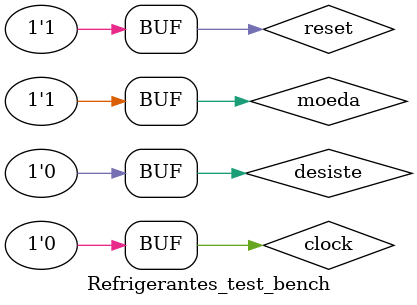
<source format=v>

module MaquinaRefrigerantes(moeda, desiste, troco, refri, reset, clock, estadoa, estadob, estadoc);
input moeda, desiste, reset, clock;
output troco, refri, estadoa, estadob, estadoc;
reg troco, refri;
reg [1:0] estadoAtual, estadoFuturo;

parameter estadoInicial = 2'b00,
	  estado1 = 2'b01, 
	  estado2 = 2'b10;

//forma de monitorar no waveform qual o estado atual
assign estadoa = estadoAtual == estadoInicial;
assign estadob = estadoAtual == estado1;
assign estadoc = estadoAtual == estado2;

always @ (estadoAtual or moeda or desiste)
begin
troco = 1'b0;
refri = 1'b0;
case (estadoAtual)
	estadoInicial : 
		begin 
		if (moeda) estadoFuturo = estado1;
		else estadoFuturo = estadoInicial;
		end
	estado1 : 
		begin
		if (moeda) estadoFuturo = estado2;
		else if (desiste) 
		begin
		troco = 1;
		estadoFuturo = estadoInicial;
		end
		else estadoFuturo = estado1;
		end
	estado2 : 
		begin
		if (moeda) 
			begin
			refri = 1;
			estadoFuturo = estadoInicial;			
			end
		else if (desiste)
			begin 
			troco = 1;
			estadoFuturo = estadoInicial;
			end
		else
		estadoFuturo = estado2;
		end
	default : estadoFuturo = estadoInicial;
endcase
end

always @ (posedge clock or negedge reset) 
begin
	if (!reset)
		estadoAtual <= estadoInicial;
	else
		estadoAtual <= estadoFuturo;
end
endmodule


module Refrigerantes_test_bench();

reg moeda, desiste, reset, clock;
wire troco, refri, estado1, estado2, estado3;

MaquinaRefrigerantes inversor(moeda, desiste, troco, refri, reset, clock, estado1, estado2, estado3);

initial begin

$monitor("value of Moeda=%b, Desiste=%b, Reset = %b, Clock = %b", moeda, desiste, reset, clock);

moeda = 0;
desiste = 0;
reset = 1;
clock = 0;
#50 moeda = 1;
#50 clock = 1;
#50 clock = 0;
#50 moeda = 0 ; desiste = 1;
#50 clock = 1;
#50 clock = 0; 
#50 desiste = 0;
//#50 moeda = 1;
#50 clock = 1;
#50 clock = 0;
#50 moeda = 1;
#50 clock = 1;
#50 clock = 0;
#50 moeda = 1;
#50 clock = 1;
#50 clock = 0;
end
endmodule
 
</source>
